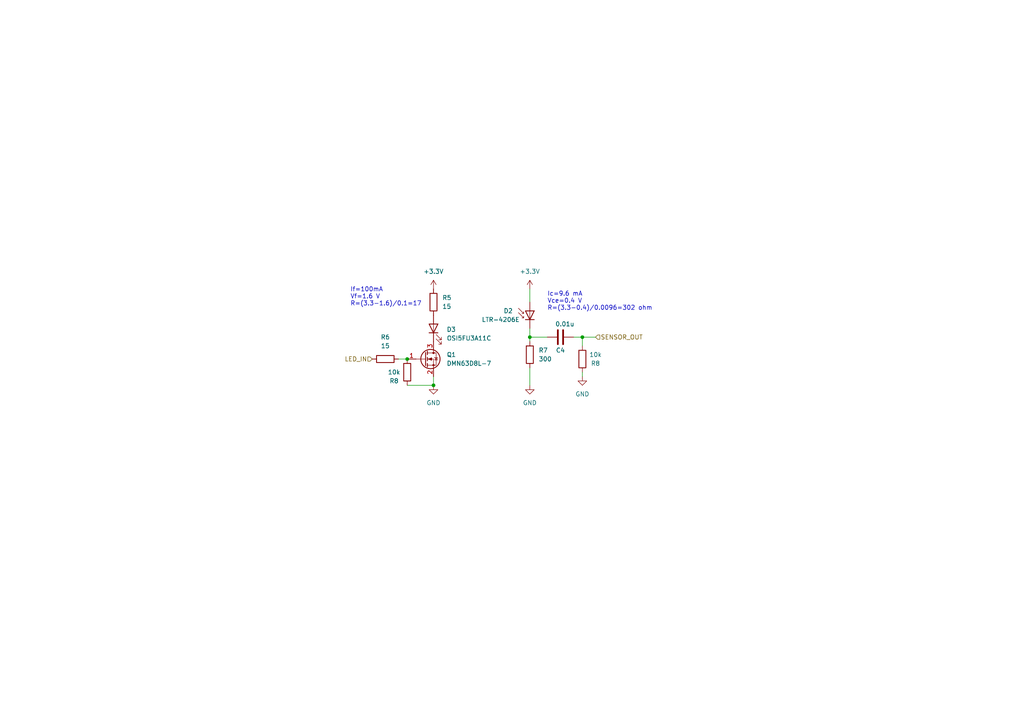
<source format=kicad_sch>
(kicad_sch (version 20230121) (generator eeschema)
  (paper "A4")
  (lib_symbols
    (symbol "Device:C" (pin_numbers hide) (pin_names (offset 0.254))
      (property "Reference" "C" (at 0.635 2.54 0))
      (property "Value" "C" (at 0.635 -2.54 0))
      (symbol "C_0_1"
        (polyline (pts (xy -2.032 -0.762) (xy 2.032 -0.762)) (stroke (width 0.508)))
        (polyline (pts (xy -2.032 0.762) (xy 2.032 0.762)) (stroke (width 0.508)))
      )
      (symbol "C_1_1"
        (pin passive line (at 0 3.81 270) (length 2.794) (name "~") (number "1"))
        (pin passive line (at 0 -3.81 90) (length 2.794) (name "~") (number "2"))
      )
    )
    (symbol "Device:D_Photo" (pin_numbers hide) (pin_names hide)
      (property "Reference" "D" (at 0.508 1.778 0))
      (property "Value" "D_Photo" (at -1.016 -2.794 0))
      (symbol "D_Photo_0_1"
        (polyline (pts (xy -2.54 1.27) (xy -2.54 -1.27)) (stroke (width 0.254)))
        (polyline (pts (xy -2.032 1.778) (xy -1.524 1.778)))
        (polyline (pts (xy 0 0) (xy -2.54 0)))
        (polyline (pts (xy -0.508 3.302) (xy -2.032 1.778) (xy -2.032 2.286)))
        (polyline (pts (xy 0 -1.27) (xy 0 1.27) (xy -2.54 0) (xy 0 -1.27)) (stroke (width 0.254)))
        (polyline (pts (xy 0.762 3.302) (xy -0.762 1.778) (xy -0.762 2.286) (xy -0.762 1.778) (xy -0.254 1.778)))
      )
      (symbol "D_Photo_1_1"
        (pin passive line (at -5.08 0 0) (length 2.54) (name "K") (number "1"))
        (pin passive line (at 2.54 0 180) (length 2.54) (name "A") (number "2"))
      )
    )
    (symbol "Device:LED" (pin_numbers hide) (pin_names (offset 1.016) hide)
      (property "Reference" "D" (at 0 2.54 0))
      (property "Value" "LED" (at 0 -2.54 0))
      (symbol "LED_0_1"
        (polyline (pts (xy -1.27 -1.27) (xy -1.27 1.27)) (stroke (width 0.254)))
        (polyline (pts (xy -1.27 0) (xy 1.27 0)))
        (polyline (pts (xy 1.27 -1.27) (xy 1.27 1.27) (xy -1.27 0) (xy 1.27 -1.27)) (stroke (width 0.254)))
        (polyline (pts (xy -3.048 -0.762) (xy -4.572 -2.286) (xy -3.81 -2.286) (xy -4.572 -2.286) (xy -4.572 -1.524)))
        (polyline (pts (xy -1.778 -0.762) (xy -3.302 -2.286) (xy -2.54 -2.286) (xy -3.302 -2.286) (xy -3.302 -1.524)))
      )
      (symbol "LED_1_1"
        (pin passive line (at -3.81 0 0) (length 2.54) (name "K") (number "1"))
        (pin passive line (at 3.81 0 180) (length 2.54) (name "A") (number "2"))
      )
    )
    (symbol "Device:Q_NMOS_GSD" (pin_names (offset 0) hide)
      (property "Reference" "Q" (at 5.08 1.27 0))
      (property "Value" "Q_NMOS_GSD" (at 5.08 -1.27 0))
      (symbol "Q_NMOS_GSD_0_1"
        (polyline (pts (xy 0.254 0) (xy -2.54 0)))
        (polyline (pts (xy 0.254 1.905) (xy 0.254 -1.905)) (stroke (width 0.254)))
        (polyline (pts (xy 0.762 -1.27) (xy 0.762 -2.286)) (stroke (width 0.254)))
        (polyline (pts (xy 0.762 0.508) (xy 0.762 -0.508)) (stroke (width 0.254)))
        (polyline (pts (xy 0.762 2.286) (xy 0.762 1.27)) (stroke (width 0.254)))
        (polyline (pts (xy 2.54 2.54) (xy 2.54 1.778)))
        (polyline (pts (xy 2.54 -2.54) (xy 2.54 0) (xy 0.762 0)))
        (polyline (pts (xy 0.762 -1.778) (xy 3.302 -1.778) (xy 3.302 1.778) (xy 0.762 1.778)))
        (polyline (pts (xy 1.016 0) (xy 2.032 0.381) (xy 2.032 -0.381) (xy 1.016 0)) (fill (type outline)))
        (polyline (pts (xy 2.794 0.508) (xy 2.921 0.381) (xy 3.683 0.381) (xy 3.81 0.254)))
        (polyline (pts (xy 3.302 0.381) (xy 2.921 -0.254) (xy 3.683 -0.254) (xy 3.302 0.381)))
        (circle (center 1.651 0) (radius 2.794) (stroke (width 0.254)))
        (circle (center 2.54 -1.778) (radius 0.254) (fill (type outline)))
        (circle (center 2.54 1.778) (radius 0.254) (fill (type outline)))
      )
      (symbol "Q_NMOS_GSD_1_1"
        (pin input line (at -5.08 0 0) (length 2.54) (name "G") (number "1"))
        (pin passive line (at 2.54 -5.08 90) (length 2.54) (name "S") (number "2"))
        (pin passive line (at 2.54 5.08 270) (length 2.54) (name "D") (number "3"))
      )
    )
    (symbol "Device:R" (pin_numbers hide) (pin_names (offset 0))
      (property "Reference" "R" (at 2.032 0 90))
      (property "Value" "R" (at 0 0 90))
      (symbol "R_0_1"
        (rectangle (start -1.016 -2.54) (end 1.016 2.54) (stroke (width 0.254)))
      )
      (symbol "R_1_1"
        (pin passive line (at 0 3.81 270) (length 1.27) (name "~") (number "1"))
        (pin passive line (at 0 -3.81 90) (length 1.27) (name "~") (number "2"))
      )
    )
    (symbol "power:+3.3V" (power) (pin_names (offset 0))
      (property "Value" "+3.3V" (at 0 3.556 0))
      (symbol "+3.3V_0_1"
        (polyline (pts (xy -0.762 1.27) (xy 0 2.54)))
        (polyline (pts (xy 0 0) (xy 0 2.54)))
        (polyline (pts (xy 0 2.54) (xy 0.762 1.27)))
      )
      (symbol "+3.3V_1_1"
        (pin power_in line (at 0 0 90) (length 0) hide (name "+3.3V") (number "1"))
      )
    )
    (symbol "power:GND" (power) (pin_names (offset 0))
      (property "Value" "GND" (at 0 -3.81 0))
      (symbol "GND_0_1"
        (polyline (pts (xy 0 0) (xy 0 -1.27) (xy 1.27 -1.27) (xy 0 -2.54) (xy -1.27 -1.27) (xy 0 -1.27)))
      )
      (symbol "GND_1_1"
        (pin power_in line (at 0 0 270) (length 0) hide (name "GND") (number "1"))
      )
    )
  )
  (junction (at 153.67 97.79))
  (junction (at 125.73 111.76))
  (junction (at 168.91 97.79))
  (junction (at 118.11 104.14))
  (wire (pts (xy 118.11 111.76) (xy 125.73 111.76)))
  (wire (pts (xy 153.67 106.68) (xy 153.67 111.76)))
  (wire (pts (xy 153.67 97.79) (xy 153.67 99.06)))
  (wire (pts (xy 115.57 104.14) (xy 118.11 104.14)))
  (wire (pts (xy 168.91 97.79) (xy 172.72 97.79)))
  (wire (pts (xy 153.67 95.25) (xy 153.67 97.79)))
  (wire (pts (xy 153.67 83.82) (xy 153.67 87.63)))
  (wire (pts (xy 125.73 111.76) (xy 125.73 109.22)))
  (wire (pts (xy 168.91 107.95) (xy 168.91 109.22)))
  (wire (pts (xy 153.67 97.79) (xy 158.75 97.79)))
  (wire (pts (xy 166.37 97.79) (xy 168.91 97.79)))
  (wire (pts (xy 168.91 97.79) (xy 168.91 100.33)))
  (text "Ic=9.6 mA\nVce=0.4 V\nR=(3.3-0.4)/0.0096=302 ohm" (at 158.75 90.17 0) (effects (font (size 1.27 1.27)) (justify left bottom)))
  (text "If=100mA\nVf=1.6 V\nR=(3.3-1.6)/0.1=17" (at 101.6 88.9 0) (effects (font (size 1.27 1.27)) (justify left bottom)))
  (hierarchical_label "LED_IN" (shape input) (at 107.95 104.14 180))
  (hierarchical_label "SENSOR_OUT" (shape input) (at 172.72 97.79 0))
  (symbol (lib_id "power:+3.3V") (at 125.73 83.82 0) (unit 1)
    (property "Reference" "#PWR016" (effects hide))
    (property "Value" "+3.3V" (at 125.73 78.74 0))
    (instances (project "micromouse" (path "" (reference "#PWR016") (unit 1)) (path "" (reference "#PWR021") (unit 1)) (path "" (reference "#PWR016") (unit 1)) (path "" (reference "#PWR026") (unit 1)) (path "" (reference "#PWR031") (unit 1))))
  )
  (symbol (lib_id "Device:LED") (at 125.73 95.25 90) (unit 1)
    (property "Reference" "D3" (at 129.54 95.5675 90) (effects (justify right)))
    (property "Value" "OSI5FU3A11C" (at 129.54 98.1075 90) (effects (justify right)))
    (property "Footprint" "micromouse:LED" (effects hide))
    (property "Datasheet" "https://akizukidenshi.com/download/ds/optosupply/OSI5FU3A11C.pdf" (effects hide))
    (property "order_URL" "https://akizukidenshi.com/catalog/g/gI-04313/" (effects hide))
    (property "manf#" "OSI5FU3A11C" (effects hide))
    (instances (project "micromouse" (path "" (reference "D3") (unit 1)) (path "" (reference "D4") (unit 1)) (path "" (reference "D2") (unit 1)) (path "" (reference "D6") (unit 1)) (path "" (reference "D8") (unit 1))))
  )
  (symbol (lib_id "Device:R") (at 168.91 104.14 0) (unit 1)
    (property "Reference" "R8" (at 172.72 105.41 0))
    (property "Value" "10k" (at 172.72 102.87 0))
    (property "Footprint" "Resistor_SMD:R_0402_1005Metric" (effects hide))
    (property "order_URL" "https://www.digikey.jp/ja/products/detail/yageo/AC0402FR-0710KL/5895030" (effects hide))
    (property "manf#" "AC0402FR-0710KL" (effects hide))
    (instances (project "micromouse" (path "" (reference "R8") (unit 1)) (path "" (reference "R12") (unit 1)) (path "" (reference "R8") (unit 1)) (path "" (reference "R16") (unit 1)) (path "" (reference "R20") (unit 1))))
  )
  (symbol (lib_id "Device:D_Photo") (at 153.67 90.17 90) (unit 1)
    (property "Reference" "D2" (at 146.05 90.17 90) (effects (justify right)))
    (property "Value" "LTR-4206E" (at 139.7 92.71 90) (effects (justify right)))
    (property "Footprint" "micromouse:PhotoDiode" (effects hide))
    (property "Datasheet" "https://optoelectronics.liteon.com/upload/download/DS-50-92-0073/R4206E.pdf" (effects hide))
    (property "order_URL" "https://www.digikey.jp/ja/products/detail/lite-on-inc/LTR-4206E/121710" (effects hide))
    (property "manf#" "LTR-4206E" (effects hide))
    (instances (project "micromouse" (path "" (reference "D2") (unit 1)) (path "" (reference "D5") (unit 1)) (path "" (reference "D3") (unit 1)) (path "" (reference "D7") (unit 1)) (path "" (reference "D9") (unit 1))))
  )
  (symbol (lib_id "power:GND") (at 125.73 111.76 0) (unit 1)
    (property "Reference" "#PWR017" (effects hide))
    (property "Value" "GND" (at 125.73 116.84 0))
    (instances (project "micromouse" (path "" (reference "#PWR017") (unit 1)) (path "" (reference "#PWR022") (unit 1)) (path "" (reference "#PWR017") (unit 1)) (path "" (reference "#PWR027") (unit 1)) (path "" (reference "#PWR032") (unit 1))))
  )
  (symbol (lib_id "Device:R") (at 125.73 87.63 0) (unit 1)
    (property "Reference" "R5" (at 128.27 86.36 0) (effects (justify left)))
    (property "Value" "15" (at 128.27 88.9 0) (effects (justify left)))
    (property "Footprint" "Resistor_SMD:R_0402_1005Metric" (effects hide))
    (property "order_URL" "https://www.digikey.jp/ja/products/detail/yageo/AC0402FR-0715RL/5895088" (effects hide))
    (property "manf#" "AC0402FR-0715RL" (effects hide))
    (instances (project "micromouse" (path "" (reference "R5") (unit 1)) (path "" (reference "R10") (unit 1)) (path "" (reference "R6") (unit 1)) (path "" (reference "R14") (unit 1)) (path "" (reference "R18") (unit 1))))
  )
  (symbol (lib_id "Device:Q_NMOS_GSD") (at 123.19 104.14 0) (unit 1)
    (property "Reference" "Q1" (at 129.54 102.87 0) (effects (justify left)))
    (property "Value" "DMN63D8L-7" (at 129.54 105.41 0) (effects (justify left)))
    (property "Footprint" "Package_TO_SOT_SMD:SOT-23" (effects hide))
    (property "Datasheet" "https://www.diodes.com/assets/Datasheets/DMN63D8L.pdf" (effects hide))
    (property "order_URL" "https://www.digikey.jp/ja/products/detail/diodes-incorporated/DMN63D8L-7/5699705" (effects hide))
    (instances (project "micromouse" (path "" (reference "Q1") (unit 1)) (path "" (reference "Q8") (unit 1)) (path "" (reference "Q9") (unit 1)) (path "" (reference "Q10") (unit 1))))
  )
  (symbol (lib_id "Device:R") (at 153.67 102.87 0) (unit 1)
    (property "Reference" "R7" (at 156.21 101.6 0) (effects (justify left)))
    (property "Value" "300" (at 156.21 104.14 0) (effects (justify left)))
    (property "Footprint" "Resistor_SMD:R_0402_1005Metric" (effects hide))
    (property "order_URL" "https://www.digikey.jp/ja/products/detail/yageo/AC0402FR-07300RL/5895269" (effects hide))
    (property "manf#" "AC0402FR-07300RL" (effects hide))
    (instances (project "micromouse" (path "" (reference "R7") (unit 1)) (path "" (reference "R11") (unit 1)) (path "" (reference "R7") (unit 1)) (path "" (reference "R15") (unit 1)) (path "" (reference "R19") (unit 1))))
  )
  (symbol (lib_id "power:GND") (at 153.67 111.76 0) (unit 1)
    (property "Reference" "#PWR018" (effects hide))
    (property "Value" "GND" (at 153.67 116.84 0))
    (instances (project "micromouse" (path "" (reference "#PWR018") (unit 1)) (path "" (reference "#PWR024") (unit 1)) (path "" (reference "#PWR019") (unit 1)) (path "" (reference "#PWR029") (unit 1)) (path "" (reference "#PWR034") (unit 1))))
  )
  (symbol (lib_id "Device:C") (at 162.56 97.79 90) (unit 1)
    (property "Reference" "C4" (at 162.56 101.6 90))
    (property "Value" "0.01u" (at 163.83 93.98 90))
    (property "Footprint" "Capacitor_SMD:C_0402_1005Metric" (effects hide))
    (property "order_URL" "https://www.digikey.jp/ja/products/detail/murata-electronics/GCM155R71H103KA55D/1641636" (effects hide))
    (property "manf#" "GCM155R71H103KA55D" (effects hide))
    (instances (project "micromouse" (path "" (reference "C4") (unit 1)) (path "" (reference "C5") (unit 1)) (path "" (reference "C4") (unit 1)) (path "" (reference "C6") (unit 1)) (path "" (reference "C7") (unit 1))))
  )
  (symbol (lib_id "Device:R") (at 118.11 107.95 0) (unit 1)
    (property "Reference" "R8" (at 114.3 110.49 0))
    (property "Value" "10k" (at 114.3 107.95 0))
    (property "Footprint" "Resistor_SMD:R_0402_1005Metric" (effects hide))
    (property "order_URL" "https://www.digikey.jp/ja/products/detail/yageo/AC0402FR-0710KL/5895030" (effects hide))
    (property "manf#" "AC0402FR-0710KL" (effects hide))
    (instances (project "micromouse" (path "" (reference "R8") (unit 1)) (path "" (reference "R29") (unit 1)) (path "" (reference "R30") (unit 1)) (path "" (reference "R31") (unit 1)) (path "" (reference "R32") (unit 1))))
  )
  (symbol (lib_id "power:+3.3V") (at 153.67 83.82 0) (unit 1)
    (property "Reference" "#PWR019" (effects hide))
    (property "Value" "+3.3V" (at 153.67 78.74 0))
    (instances (project "micromouse" (path "" (reference "#PWR019") (unit 1)) (path "" (reference "#PWR023") (unit 1)) (path "" (reference "#PWR018") (unit 1)) (path "" (reference "#PWR028") (unit 1)) (path "" (reference "#PWR033") (unit 1))))
  )
  (symbol (lib_id "Device:R") (at 111.76 104.14 90) (unit 1)
    (property "Reference" "R6" (at 111.76 97.79 90))
    (property "Value" "15" (at 111.76 100.33 90))
    (property "Footprint" "Resistor_SMD:R_0402_1005Metric" (effects hide))
    (property "order_URL" "https://www.digikey.jp/ja/products/detail/yageo/AC0402FR-0715RL/5895088" (effects hide))
    (property "manf#" "AC0402FR-0715RL" (effects hide))
    (instances (project "micromouse" (path "" (reference "R6") (unit 1)) (path "" (reference "R9") (unit 1)) (path "" (reference "R5") (unit 1)) (path "" (reference "R13") (unit 1)) (path "" (reference "R17") (unit 1))))
  )
  (symbol (lib_id "power:GND") (at 168.91 109.22 0) (unit 1)
    (property "Reference" "#PWR020" (effects hide))
    (property "Value" "GND" (at 168.91 114.3 0))
    (instances (project "micromouse" (path "" (reference "#PWR020") (unit 1)) (path "" (reference "#PWR025") (unit 1)) (path "" (reference "#PWR020") (unit 1)) (path "" (reference "#PWR030") (unit 1)) (path "" (reference "#PWR035") (unit 1))))
  )
)
</source>
